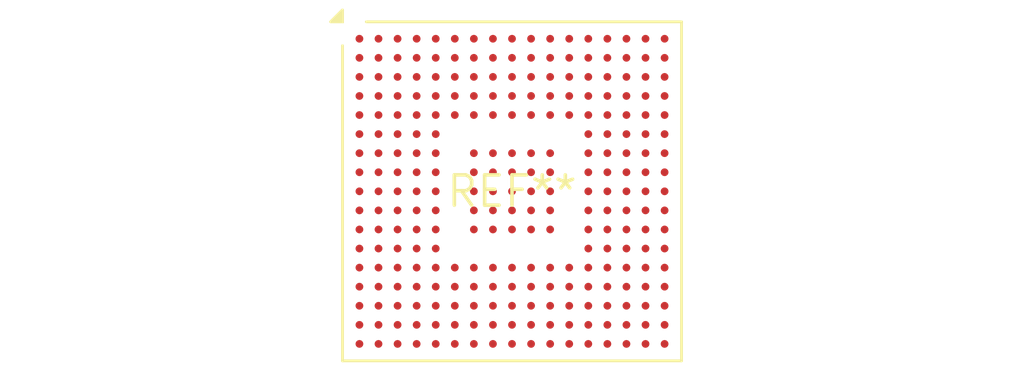
<source format=kicad_pcb>
(kicad_pcb (version 20240108) (generator pcbnew)
  (layers (0 "F.Cu" signal) (31 "B.Cu" signal) (34 "B.Paste" user) (35 "F.Paste" user) (36 "B.SilkS" user "B.Silkscreen") (37 "F.SilkS" user "F.Silkscreen") (38 "B.Mask" user) (39 "F.Mask" user) (44 "Edge.Cuts" user))
  (net 0 "")
  (footprint "TFBGA-265_14x14mm_Layout17x17_P0.8mm" (layer "F.Cu") (at 0 0)
    (property "Reference" "REF**")
    (property "Value" "TFBGA-265_14x14mm_Layout17x17_P0.8mm")
    (fp_line (start -7.11 7.11) (end -7.11 -6.11) (layer "F.SilkS") (stroke (width 0.12)))
    (fp_line (start -6.11 -7.11) (end 7.11 -7.11) (layer "F.SilkS") (stroke (width 0.12)))
    (fp_line (start 7.11 -7.11) (end 7.11 7.11) (layer "F.SilkS") (stroke (width 0.12)))
    (fp_line (start 7.11 7.11) (end -7.11 7.11) (layer "F.SilkS") (stroke (width 0.12)))
    (fp_poly (pts (xy -7.11 -7.11) (xy -7.61 -7.11) (xy -7.11 -7.61) (xy -7.11 -7.11)) (layer "F.SilkS") (stroke (width 0.12)) (fill solid))
    (pad "A1" smd circle (at -6.4 -6.4) (size 0.325 0.325) (property pad_prop_bga) (layers "F.Cu" "F.Paste" "F.Mask"))
    (pad "A2" smd circle (at -5.6 -6.4) (size 0.325 0.325) (property pad_prop_bga) (layers "F.Cu" "F.Paste" "F.Mask"))
    (pad "A3" smd circle (at -4.8 -6.4) (size 0.325 0.325) (property pad_prop_bga) (layers "F.Cu" "F.Paste" "F.Mask"))
    (pad "A4" smd circle (at -4 -6.4) (size 0.325 0.325) (property pad_prop_bga) (layers "F.Cu" "F.Paste" "F.Mask"))
    (pad "A5" smd circle (at -3.2 -6.4) (size 0.325 0.325) (property pad_prop_bga) (layers "F.Cu" "F.Paste" "F.Mask"))
    (pad "A6" smd circle (at -2.4 -6.4) (size 0.325 0.325) (property pad_prop_bga) (layers "F.Cu" "F.Paste" "F.Mask"))
    (pad "A7" smd circle (at -1.6 -6.4) (size 0.325 0.325) (property pad_prop_bga) (layers "F.Cu" "F.Paste" "F.Mask"))
    (pad "A8" smd circle (at -0.8 -6.4) (size 0.325 0.325) (property pad_prop_bga) (layers "F.Cu" "F.Paste" "F.Mask"))
    (pad "A9" smd circle (at 0 -6.4) (size 0.325 0.325) (property pad_prop_bga) (layers "F.Cu" "F.Paste" "F.Mask"))
    (pad "A10" smd circle (at 0.8 -6.4) (size 0.325 0.325) (property pad_prop_bga) (layers "F.Cu" "F.Paste" "F.Mask"))
    (pad "A11" smd circle (at 1.6 -6.4) (size 0.325 0.325) (property pad_prop_bga) (layers "F.Cu" "F.Paste" "F.Mask"))
    (pad "A12" smd circle (at 2.4 -6.4) (size 0.325 0.325) (property pad_prop_bga) (layers "F.Cu" "F.Paste" "F.Mask"))
    (pad "A13" smd circle (at 3.2 -6.4) (size 0.325 0.325) (property pad_prop_bga) (layers "F.Cu" "F.Paste" "F.Mask"))
    (pad "A14" smd circle (at 4 -6.4) (size 0.325 0.325) (property pad_prop_bga) (layers "F.Cu" "F.Paste" "F.Mask"))
    (pad "A15" smd circle (at 4.8 -6.4) (size 0.325 0.325) (property pad_prop_bga) (layers "F.Cu" "F.Paste" "F.Mask"))
    (pad "A16" smd circle (at 5.6 -6.4) (size 0.325 0.325) (property pad_prop_bga) (layers "F.Cu" "F.Paste" "F.Mask"))
    (pad "A17" smd circle (at 6.4 -6.4) (size 0.325 0.325) (property pad_prop_bga) (layers "F.Cu" "F.Paste" "F.Mask"))
    (pad "B1" smd circle (at -6.4 -5.6) (size 0.325 0.325) (property pad_prop_bga) (layers "F.Cu" "F.Paste" "F.Mask"))
    (pad "B2" smd circle (at -5.6 -5.6) (size 0.325 0.325) (property pad_prop_bga) (layers "F.Cu" "F.Paste" "F.Mask"))
    (pad "B3" smd circle (at -4.8 -5.6) (size 0.325 0.325) (property pad_prop_bga) (layers "F.Cu" "F.Paste" "F.Mask"))
    (pad "B4" smd circle (at -4 -5.6) (size 0.325 0.325) (property pad_prop_bga) (layers "F.Cu" "F.Paste" "F.Mask"))
    (pad "B5" smd circle (at -3.2 -5.6) (size 0.325 0.325) (property pad_prop_bga) (layers "F.Cu" "F.Paste" "F.Mask"))
    (pad "B6" smd circle (at -2.4 -5.6) (size 0.325 0.325) (property pad_prop_bga) (layers "F.Cu" "F.Paste" "F.Mask"))
    (pad "B7" smd circle (at -1.6 -5.6) (size 0.325 0.325) (property pad_prop_bga) (layers "F.Cu" "F.Paste" "F.Mask"))
    (pad "B8" smd circle (at -0.8 -5.6) (size 0.325 0.325) (property pad_prop_bga) (layers "F.Cu" "F.Paste" "F.Mask"))
    (pad "B9" smd circle (at 0 -5.6) (size 0.325 0.325) (property pad_prop_bga) (layers "F.Cu" "F.Paste" "F.Mask"))
    (pad "B10" smd circle (at 0.8 -5.6) (size 0.325 0.325) (property pad_prop_bga) (layers "F.Cu" "F.Paste" "F.Mask"))
    (pad "B11" smd circle (at 1.6 -5.6) (size 0.325 0.325) (property pad_prop_bga) (layers "F.Cu" "F.Paste" "F.Mask"))
    (pad "B12" smd circle (at 2.4 -5.6) (size 0.325 0.325) (property pad_prop_bga) (layers "F.Cu" "F.Paste" "F.Mask"))
    (pad "B13" smd circle (at 3.2 -5.6) (size 0.325 0.325) (property pad_prop_bga) (layers "F.Cu" "F.Paste" "F.Mask"))
    (pad "B14" smd circle (at 4 -5.6) (size 0.325 0.325) (property pad_prop_bga) (layers "F.Cu" "F.Paste" "F.Mask"))
    (pad "B15" smd circle (at 4.8 -5.6) (size 0.325 0.325) (property pad_prop_bga) (layers "F.Cu" "F.Paste" "F.Mask"))
    (pad "B16" smd circle (at 5.6 -5.6) (size 0.325 0.325) (property pad_prop_bga) (layers "F.Cu" "F.Paste" "F.Mask"))
    (pad "B17" smd circle (at 6.4 -5.6) (size 0.325 0.325) (property pad_prop_bga) (layers "F.Cu" "F.Paste" "F.Mask"))
    (pad "C1" smd circle (at -6.4 -4.8) (size 0.325 0.325) (property pad_prop_bga) (layers "F.Cu" "F.Paste" "F.Mask"))
    (pad "C2" smd circle (at -5.6 -4.8) (size 0.325 0.325) (property pad_prop_bga) (layers "F.Cu" "F.Paste" "F.Mask"))
    (pad "C3" smd circle (at -4.8 -4.8) (size 0.325 0.325) (property pad_prop_bga) (layers "F.Cu" "F.Paste" "F.Mask"))
    (pad "C4" smd circle (at -4 -4.8) (size 0.325 0.325) (property pad_prop_bga) (layers "F.Cu" "F.Paste" "F.Mask"))
    (pad "C5" smd circle (at -3.2 -4.8) (size 0.325 0.325) (property pad_prop_bga) (layers "F.Cu" "F.Paste" "F.Mask"))
    (pad "C6" smd circle (at -2.4 -4.8) (size 0.325 0.325) (property pad_prop_bga) (layers "F.Cu" "F.Paste" "F.Mask"))
    (pad "C7" smd circle (at -1.6 -4.8) (size 0.325 0.325) (property pad_prop_bga) (layers "F.Cu" "F.Paste" "F.Mask"))
    (pad "C8" smd circle (at -0.8 -4.8) (size 0.325 0.325) (property pad_prop_bga) (layers "F.Cu" "F.Paste" "F.Mask"))
    (pad "C9" smd circle (at 0 -4.8) (size 0.325 0.325) (property pad_prop_bga) (layers "F.Cu" "F.Paste" "F.Mask"))
    (pad "C10" smd circle (at 0.8 -4.8) (size 0.325 0.325) (property pad_prop_bga) (layers "F.Cu" "F.Paste" "F.Mask"))
    (pad "C11" smd circle (at 1.6 -4.8) (size 0.325 0.325) (property pad_prop_bga) (layers "F.Cu" "F.Paste" "F.Mask"))
    (pad "C12" smd circle (at 2.4 -4.8) (size 0.325 0.325) (property pad_prop_bga) (layers "F.Cu" "F.Paste" "F.Mask"))
    (pad "C13" smd circle (at 3.2 -4.8) (size 0.325 0.325) (property pad_prop_bga) (layers "F.Cu" "F.Paste" "F.Mask"))
    (pad "C14" smd circle (at 4 -4.8) (size 0.325 0.325) (property pad_prop_bga) (layers "F.Cu" "F.Paste" "F.Mask"))
    (pad "C15" smd circle (at 4.8 -4.8) (size 0.325 0.325) (property pad_prop_bga) (layers "F.Cu" "F.Paste" "F.Mask"))
    (pad "C16" smd circle (at 5.6 -4.8) (size 0.325 0.325) (property pad_prop_bga) (layers "F.Cu" "F.Paste" "F.Mask"))
    (pad "C17" smd circle (at 6.4 -4.8) (size 0.325 0.325) (property pad_prop_bga) (layers "F.Cu" "F.Paste" "F.Mask"))
    (pad "D1" smd circle (at -6.4 -4) (size 0.325 0.325) (property pad_prop_bga) (layers "F.Cu" "F.Paste" "F.Mask"))
    (pad "D2" smd circle (at -5.6 -4) (size 0.325 0.325) (property pad_prop_bga) (layers "F.Cu" "F.Paste" "F.Mask"))
    (pad "D3" smd circle (at -4.8 -4) (size 0.325 0.325) (property pad_prop_bga) (layers "F.Cu" "F.Paste" "F.Mask"))
    (pad "D4" smd circle (at -4 -4) (size 0.325 0.325) (property pad_prop_bga) (layers "F.Cu" "F.Paste" "F.Mask"))
    (pad "D5" smd circle (at -3.2 -4) (size 0.325 0.325) (property pad_prop_bga) (layers "F.Cu" "F.Paste" "F.Mask"))
    (pad "D6" smd circle (at -2.4 -4) (size 0.325 0.325) (property pad_prop_bga) (layers "F.Cu" "F.Paste" "F.Mask"))
    (pad "D7" smd circle (at -1.6 -4) (size 0.325 0.325) (property pad_prop_bga) (layers "F.Cu" "F.Paste" "F.Mask"))
    (pad "D8" smd circle (at -0.8 -4) (size 0.325 0.325) (property pad_prop_bga) (layers "F.Cu" "F.Paste" "F.Mask"))
    (pad "D9" smd circle (at 0 -4) (size 0.325 0.325) (property pad_prop_bga) (layers "F.Cu" "F.Paste" "F.Mask"))
    (pad "D10" smd circle (at 0.8 -4) (size 0.325 0.325) (property pad_prop_bga) (layers "F.Cu" "F.Paste" "F.Mask"))
    (pad "D11" smd circle (at 1.6 -4) (size 0.325 0.325) (property pad_prop_bga) (layers "F.Cu" "F.Paste" "F.Mask"))
    (pad "D12" smd circle (at 2.4 -4) (size 0.325 0.325) (property pad_prop_bga) (layers "F.Cu" "F.Paste" "F.Mask"))
    (pad "D13" smd circle (at 3.2 -4) (size 0.325 0.325) (property pad_prop_bga) (layers "F.Cu" "F.Paste" "F.Mask"))
    (pad "D14" smd circle (at 4 -4) (size 0.325 0.325) (property pad_prop_bga) (layers "F.Cu" "F.Paste" "F.Mask"))
    (pad "D15" smd circle (at 4.8 -4) (size 0.325 0.325) (property pad_prop_bga) (layers "F.Cu" "F.Paste" "F.Mask"))
    (pad "D16" smd circle (at 5.6 -4) (size 0.325 0.325) (property pad_prop_bga) (layers "F.Cu" "F.Paste" "F.Mask"))
    (pad "D17" smd circle (at 6.4 -4) (size 0.325 0.325) (property pad_prop_bga) (layers "F.Cu" "F.Paste" "F.Mask"))
    (pad "E1" smd circle (at -6.4 -3.2) (size 0.325 0.325) (property pad_prop_bga) (layers "F.Cu" "F.Paste" "F.Mask"))
    (pad "E2" smd circle (at -5.6 -3.2) (size 0.325 0.325) (property pad_prop_bga) (layers "F.Cu" "F.Paste" "F.Mask"))
    (pad "E3" smd circle (at -4.8 -3.2) (size 0.325 0.325) (property pad_prop_bga) (layers "F.Cu" "F.Paste" "F.Mask"))
    (pad "E4" smd circle (at -4 -3.2) (size 0.325 0.325) (property pad_prop_bga) (layers "F.Cu" "F.Paste" "F.Mask"))
    (pad "E5" smd circle (at -3.2 -3.2) (size 0.325 0.325) (property pad_prop_bga) (layers "F.Cu" "F.Paste" "F.Mask"))
    (pad "E6" smd circle (at -2.4 -3.2) (size 0.325 0.325) (property pad_prop_bga) (layers "F.Cu" "F.Paste" "F.Mask"))
    (pad "E7" smd circle (at -1.6 -3.2) (size 0.325 0.325) (property pad_prop_bga) (layers "F.Cu" "F.Paste" "F.Mask"))
    (pad "E8" smd circle (at -0.8 -3.2) (size 0.325 0.325) (property pad_prop_bga) (layers "F.Cu" "F.Paste" "F.Mask"))
    (pad "E9" smd circle (at 0 -3.2) (size 0.325 0.325) (property pad_prop_bga) (layers "F.Cu" "F.Paste" "F.Mask"))
    (pad "E10" smd circle (at 0.8 -3.2) (size 0.325 0.325) (property pad_prop_bga) (layers "F.Cu" "F.Paste" "F.Mask"))
    (pad "E11" smd circle (at 1.6 -3.2) (size 0.325 0.325) (property pad_prop_bga) (layers "F.Cu" "F.Paste" "F.Mask"))
    (pad "E12" smd circle (at 2.4 -3.2) (size 0.325 0.325) (property pad_prop_bga) (layers "F.Cu" "F.Paste" "F.Mask"))
    (pad "E13" smd circle (at 3.2 -3.2) (size 0.325 0.325) (property pad_prop_bga) (layers "F.Cu" "F.Paste" "F.Mask"))
    (pad "E14" smd circle (at 4 -3.2) (size 0.325 0.325) (property pad_prop_bga) (layers "F.Cu" "F.Paste" "F.Mask"))
    (pad "E15" smd circle (at 4.8 -3.2) (size 0.325 0.325) (property pad_prop_bga) (layers "F.Cu" "F.Paste" "F.Mask"))
    (pad "E16" smd circle (at 5.6 -3.2) (size 0.325 0.325) (property pad_prop_bga) (layers "F.Cu" "F.Paste" "F.Mask"))
    (pad "E17" smd circle (at 6.4 -3.2) (size 0.325 0.325) (property pad_prop_bga) (layers "F.Cu" "F.Paste" "F.Mask"))
    (pad "F1" smd circle (at -6.4 -2.4) (size 0.325 0.325) (property pad_prop_bga) (layers "F.Cu" "F.Paste" "F.Mask"))
    (pad "F2" smd circle (at -5.6 -2.4) (size 0.325 0.325) (property pad_prop_bga) (layers "F.Cu" "F.Paste" "F.Mask"))
    (pad "F3" smd circle (at -4.8 -2.4) (size 0.325 0.325) (property pad_prop_bga) (layers "F.Cu" "F.Paste" "F.Mask"))
    (pad "F4" smd circle (at -4 -2.4) (size 0.325 0.325) (property pad_prop_bga) (layers "F.Cu" "F.Paste" "F.Mask"))
    (pad "F5" smd circle (at -3.2 -2.4) (size 0.325 0.325) (property pad_prop_bga) (layers "F.Cu" "F.Paste" "F.Mask"))
    (pad "F13" smd circle (at 3.2 -2.4) (size 0.325 0.325) (property pad_prop_bga) (layers "F.Cu" "F.Paste" "F.Mask"))
    (pad "F14" smd circle (at 4 -2.4) (size 0.325 0.325) (property pad_prop_bga) (layers "F.Cu" "F.Paste" "F.Mask"))
    (pad "F15" smd circle (at 4.8 -2.4) (size 0.325 0.325) (property pad_prop_bga) (layers "F.Cu" "F.Paste" "F.Mask"))
    (pad "F16" smd circle (at 5.6 -2.4) (size 0.325 0.325) (property pad_prop_bga) (layers "F.Cu" "F.Paste" "F.Mask"))
    (pad "F17" smd circle (at 6.4 -2.4) (size 0.325 0.325) (property pad_prop_bga) (layers "F.Cu" "F.Paste" "F.Mask"))
    (pad "G1" smd circle (at -6.4 -1.6) (size 0.325 0.325) (property pad_prop_bga) (layers "F.Cu" "F.Paste" "F.Mask"))
    (pad "G2" smd circle (at -5.6 -1.6) (size 0.325 0.325) (property pad_prop_bga) (layers "F.Cu" "F.Paste" "F.Mask"))
    (pad "G3" smd circle (at -4.8 -1.6) (size 0.325 0.325) (property pad_prop_bga) (layers "F.Cu" "F.Paste" "F.Mask"))
    (pad "G4" smd circle (at -4 -1.6) (size 0.325 0.325) (property pad_prop_bga) (layers "F.Cu" "F.Paste" "F.Mask"))
    (pad "G5" smd circle (at -3.2 -1.6) (size 0.325 0.325) (property pad_prop_bga) (layers "F.Cu" "F.Paste" "F.Mask"))
    (pad "G7" smd circle (at -1.6 -1.6) (size 0.325 0.325) (property pad_prop_bga) (layers "F.Cu" "F.Paste" "F.Mask"))
    (pad "G8" smd circle (at -0.8 -1.6) (size 0.325 0.325) (property pad_prop_bga) (layers "F.Cu" "F.Paste" "F.Mask"))
    (pad "G9" smd circle (at 0 -1.6) (size 0.325 0.325) (property pad_prop_bga) (layers "F.Cu" "F.Paste" "F.Mask"))
    (pad "G10" smd circle (at 0.8 -1.6) (size 0.325 0.325) (property pad_prop_bga) (layers "F.Cu" "F.Paste" "F.Mask"))
    (pad "G11" smd circle (at 1.6 -1.6) (size 0.325 0.325) (property pad_prop_bga) (layers "F.Cu" "F.Paste" "F.Mask"))
    (pad "G13" smd circle (at 3.2 -1.6) (size 0.325 0.325) (property pad_prop_bga) (layers "F.Cu" "F.Paste" "F.Mask"))
    (pad "G14" smd circle (at 4 -1.6) (size 0.325 0.325) (property pad_prop_bga) (layers "F.Cu" "F.Paste" "F.Mask"))
    (pad "G15" smd circle (at 4.8 -1.6) (size 0.325 0.325) (property pad_prop_bga) (layers "F.Cu" "F.Paste" "F.Mask"))
    (pad "G16" smd circle (at 5.6 -1.6) (size 0.325 0.325) (property pad_prop_bga) (layers "F.Cu" "F.Paste" "F.Mask"))
    (pad "G17" smd circle (at 6.4 -1.6) (size 0.325 0.325) (property pad_prop_bga) (layers "F.Cu" "F.Paste" "F.Mask"))
    (pad "H1" smd circle (at -6.4 -0.8) (size 0.325 0.325) (property pad_prop_bga) (layers "F.Cu" "F.Paste" "F.Mask"))
    (pad "H2" smd circle (at -5.6 -0.8) (size 0.325 0.325) (property pad_prop_bga) (layers "F.Cu" "F.Paste" "F.Mask"))
    (pad "H3" smd circle (at -4.8 -0.8) (size 0.325 0.325) (property pad_prop_bga) (layers "F.Cu" "F.Paste" "F.Mask"))
    (pad "H4" smd circle (at -4 -0.8) (size 0.325 0.325) (property pad_prop_bga) (layers "F.Cu" "F.Paste" "F.Mask"))
    (pad "H5" smd circle (at -3.2 -0.8) (size 0.325 0.325) (property pad_prop_bga) (layers "F.Cu" "F.Paste" "F.Mask"))
    (pad "H7" smd circle (at -1.6 -0.8) (size 0.325 0.325) (property pad_prop_bga) (layers "F.Cu" "F.Paste" "F.Mask"))
    (pad "H8" smd circle (at -0.8 -0.8) (size 0.325 0.325) (property pad_prop_bga) (layers "F.Cu" "F.Paste" "F.Mask"))
    (pad "H9" smd circle (at 0 -0.8) (size 0.325 0.325) (property pad_prop_bga) (layers "F.Cu" "F.Paste" "F.Mask"))
    (pad "H10" smd circle (at 0.8 -0.8) (size 0.325 0.325) (property pad_prop_bga) (layers "F.Cu" "F.Paste" "F.Mask"))
    (pad "H11" smd circle (at 1.6 -0.8) (size 0.325 0.325) (property pad_prop_bga) (layers "F.Cu" "F.Paste" "F.Mask"))
    (pad "H13" smd circle (at 3.2 -0.8) (size 0.325 0.325) (property pad_prop_bga) (layers "F.Cu" "F.Paste" "F.Mask"))
    (pad "H14" smd circle (at 4 -0.8) (size 0.325 0.325) (property pad_prop_bga) (layers "F.Cu" "F.Paste" "F.Mask"))
    (pad "H15" smd circle (at 4.8 -0.8) (size 0.325 0.325) (property pad_prop_bga) (layers "F.Cu" "F.Paste" "F.Mask"))
    (pad "H16" smd circle (at 5.6 -0.8) (size 0.325 0.325) (property pad_prop_bga) (layers "F.Cu" "F.Paste" "F.Mask"))
    (pad "H17" smd circle (at 6.4 -0.8) (size 0.325 0.325) (property pad_prop_bga) (layers "F.Cu" "F.Paste" "F.Mask"))
    (pad "J1" smd circle (at -6.4 0) (size 0.325 0.325) (property pad_prop_bga) (layers "F.Cu" "F.Paste" "F.Mask"))
    (pad "J2" smd circle (at -5.6 0) (size 0.325 0.325) (property pad_prop_bga) (layers "F.Cu" "F.Paste" "F.Mask"))
    (pad "J3" smd circle (at -4.8 0) (size 0.325 0.325) (property pad_prop_bga) (layers "F.Cu" "F.Paste" "F.Mask"))
    (pad "J4" smd circle (at -4 0) (size 0.325 0.325) (property pad_prop_bga) (layers "F.Cu" "F.Paste" "F.Mask"))
    (pad "J5" smd circle (at -3.2 0) (size 0.325 0.325) (property pad_prop_bga) (layers "F.Cu" "F.Paste" "F.Mask"))
    (pad "J7" smd circle (at -1.6 0) (size 0.325 0.325) (property pad_prop_bga) (layers "F.Cu" "F.Paste" "F.Mask"))
    (pad "J8" smd circle (at -0.8 0) (size 0.325 0.325) (property pad_prop_bga) (layers "F.Cu" "F.Paste" "F.Mask"))
    (pad "J9" smd circle (at 0 0) (size 0.325 0.325) (property pad_prop_bga) (layers "F.Cu" "F.Paste" "F.Mask"))
    (pad "J10" smd circle (at 0.8 0) (size 0.325 0.325) (property pad_prop_bga) (layers "F.Cu" "F.Paste" "F.Mask"))
    (pad "J11" smd circle (at 1.6 0) (size 0.325 0.325) (property pad_prop_bga) (layers "F.Cu" "F.Paste" "F.Mask"))
    (pad "J13" smd circle (at 3.2 0) (size 0.325 0.325) (property pad_prop_bga) (layers "F.Cu" "F.Paste" "F.Mask"))
    (pad "J14" smd circle (at 4 0) (size 0.325 0.325) (property pad_prop_bga) (layers "F.Cu" "F.Paste" "F.Mask"))
    (pad "J15" smd circle (at 4.8 0) (size 0.325 0.325) (property pad_prop_bga) (layers "F.Cu" "F.Paste" "F.Mask"))
    (pad "J16" smd circle (at 5.6 0) (size 0.325 0.325) (property pad_prop_bga) (layers "F.Cu" "F.Paste" "F.Mask"))
    (pad "J17" smd circle (at 6.4 0) (size 0.325 0.325) (property pad_prop_bga) (layers "F.Cu" "F.Paste" "F.Mask"))
    (pad "K1" smd circle (at -6.4 0.8) (size 0.325 0.325) (property pad_prop_bga) (layers "F.Cu" "F.Paste" "F.Mask"))
    (pad "K2" smd circle (at -5.6 0.8) (size 0.325 0.325) (property pad_prop_bga) (layers "F.Cu" "F.Paste" "F.Mask"))
    (pad "K3" smd circle (at -4.8 0.8) (size 0.325 0.325) (property pad_prop_bga) (layers "F.Cu" "F.Paste" "F.Mask"))
    (pad "K4" smd circle (at -4 0.8) (size 0.325 0.325) (property pad_prop_bga) (layers "F.Cu" "F.Paste" "F.Mask"))
    (pad "K5" smd circle (at -3.2 0.8) (size 0.325 0.325) (property pad_prop_bga) (layers "F.Cu" "F.Paste" "F.Mask"))
    (pad "K7" smd circle (at -1.6 0.8) (size 0.325 0.325) (property pad_prop_bga) (layers "F.Cu" "F.Paste" "F.Mask"))
    (pad "K8" smd circle (at -0.8 0.8) (size 0.325 0.325) (property pad_prop_bga) (layers "F.Cu" "F.Paste" "F.Mask"))
    (pad "K9" smd circle (at 0 0.8) (size 0.325 0.325) (property pad_prop_bga) (layers "F.Cu" "F.Paste" "F.Mask"))
    (pad "K10" smd circle (at 0.8 0.8) (size 0.325 0.325) (property pad_prop_bga) (layers "F.Cu" "F.Paste" "F.Mask"))
    (pad "K11" smd circle (at 1.6 0.8) (size 0.325 0.325) (property pad_prop_bga) (layers "F.Cu" "F.Paste" "F.Mask"))
    (pad "K13" smd circle (at 3.2 0.8) (size 0.325 0.325) (property pad_prop_bga) (layers "F.Cu" "F.Paste" "F.Mask"))
    (pad "K14" smd circle (at 4 0.8) (size 0.325 0.325) (property pad_prop_bga) (layers "F.Cu" "F.Paste" "F.Mask"))
    (pad "K15" smd circle (at 4.8 0.8) (size 0.325 0.325) (property pad_prop_bga) (layers "F.Cu" "F.Paste" "F.Mask"))
    (pad "K16" smd circle (at 5.6 0.8) (size 0.325 0.325) (property pad_prop_bga) (layers "F.Cu" "F.Paste" "F.Mask"))
    (pad "K17" smd circle (at 6.4 0.8) (size 0.325 0.325) (property pad_prop_bga) (layers "F.Cu" "F.Paste" "F.Mask"))
    (pad "L1" smd circle (at -6.4 1.6) (size 0.325 0.325) (property pad_prop_bga) (layers "F.Cu" "F.Paste" "F.Mask"))
    (pad "L2" smd circle (at -5.6 1.6) (size 0.325 0.325) (property pad_prop_bga) (layers "F.Cu" "F.Paste" "F.Mask"))
    (pad "L3" smd circle (at -4.8 1.6) (size 0.325 0.325) (property pad_prop_bga) (layers "F.Cu" "F.Paste" "F.Mask"))
    (pad "L4" smd circle (at -4 1.6) (size 0.325 0.325) (property pad_prop_bga) (layers "F.Cu" "F.Paste" "F.Mask"))
    (pad "L5" smd circle (at -3.2 1.6) (size 0.325 0.325) (property pad_prop_bga) (layers "F.Cu" "F.Paste" "F.Mask"))
    (pad "L7" smd circle (at -1.6 1.6) (size 0.325 0.325) (property pad_prop_bga) (layers "F.Cu" "F.Paste" "F.Mask"))
    (pad "L8" smd circle (at -0.8 1.6) (size 0.325 0.325) (property pad_prop_bga) (layers "F.Cu" "F.Paste" "F.Mask"))
    (pad "L9" smd circle (at 0 1.6) (size 0.325 0.325) (property pad_prop_bga) (layers "F.Cu" "F.Paste" "F.Mask"))
    (pad "L10" smd circle (at 0.8 1.6) (size 0.325 0.325) (property pad_prop_bga) (layers "F.Cu" "F.Paste" "F.Mask"))
    (pad "L11" smd circle (at 1.6 1.6) (size 0.325 0.325) (property pad_prop_bga) (layers "F.Cu" "F.Paste" "F.Mask"))
    (pad "L13" smd circle (at 3.2 1.6) (size 0.325 0.325) (property pad_prop_bga) (layers "F.Cu" "F.Paste" "F.Mask"))
    (pad "L14" smd circle (at 4 1.6) (size 0.325 0.325) (property pad_prop_bga) (layers "F.Cu" "F.Paste" "F.Mask"))
    (pad "L15" smd circle (at 4.8 1.6) (size 0.325 0.325) (property pad_prop_bga) (layers "F.Cu" "F.Paste" "F.Mask"))
    (pad "L16" smd circle (at 5.6 1.6) (size 0.325 0.325) (property pad_prop_bga) (layers "F.Cu" "F.Paste" "F.Mask"))
    (pad "L17" smd circle (at 6.4 1.6) (size 0.325 0.325) (property pad_prop_bga) (layers "F.Cu" "F.Paste" "F.Mask"))
    (pad "M1" smd circle (at -6.4 2.4) (size 0.325 0.325) (property pad_prop_bga) (layers "F.Cu" "F.Paste" "F.Mask"))
    (pad "M2" smd circle (at -5.6 2.4) (size 0.325 0.325) (property pad_prop_bga) (layers "F.Cu" "F.Paste" "F.Mask"))
    (pad "M3" smd circle (at -4.8 2.4) (size 0.325 0.325) (property pad_prop_bga) (layers "F.Cu" "F.Paste" "F.Mask"))
    (pad "M4" smd circle (at -4 2.4) (size 0.325 0.325) (property pad_prop_bga) (layers "F.Cu" "F.Paste" "F.Mask"))
    (pad "M5" smd circle (at -3.2 2.4) (size 0.325 0.325) (property pad_prop_bga) (layers "F.Cu" "F.Paste" "F.Mask"))
    (pad "M13" smd circle (at 3.2 2.4) (size 0.325 0.325) (property pad_prop_bga) (layers "F.Cu" "F.Paste" "F.Mask"))
    (pad "M14" smd circle (at 4 2.4) (size 0.325 0.325) (property pad_prop_bga) (layers "F.Cu" "F.Paste" "F.Mask"))
    (pad "M15" smd circle (at 4.8 2.4) (size 0.325 0.325) (property pad_prop_bga) (layers "F.Cu" "F.Paste" "F.Mask"))
    (pad "M16" smd circle (at 5.6 2.4) (size 0.325 0.325) (property pad_prop_bga) (layers "F.Cu" "F.Paste" "F.Mask"))
    (pad "M17" smd circle (at 6.4 2.4) (size 0.325 0.325) (property pad_prop_bga) (layers "F.Cu" "F.Paste" "F.Mask"))
    (pad "N1" smd circle (at -6.4 3.2) (size 0.325 0.325) (property pad_prop_bga) (layers "F.Cu" "F.Paste" "F.Mask"))
    (pad "N2" smd circle (at -5.6 3.2) (size 0.325 0.325) (property pad_prop_bga) (layers "F.Cu" "F.Paste" "F.Mask"))
    (pad "N3" smd circle (at -4.8 3.2) (size 0.325 0.325) (property pad_prop_bga) (layers "F.Cu" "F.Paste" "F.Mask"))
    (pad "N4" smd circle (at -4 3.2) (size 0.325 0.325) (property pad_prop_bga) (layers "F.Cu" "F.Paste" "F.Mask"))
    (pad "N5" smd circle (at -3.2 3.2) (size 0.325 0.325) (property pad_prop_bga) (layers "F.Cu" "F.Paste" "F.Mask"))
    (pad "N6" smd circle (at -2.4 3.2) (size 0.325 0.325) (property pad_prop_bga) (layers "F.Cu" "F.Paste" "F.Mask"))
    (pad "N7" smd circle (at -1.6 3.2) (size 0.325 0.325) (property pad_prop_bga) (layers "F.Cu" "F.Paste" "F.Mask"))
    (pad "N8" smd circle (at -0.8 3.2) (size 0.325 0.325) (property pad_prop_bga) (layers "F.Cu" "F.Paste" "F.Mask"))
    (pad "N9" smd circle (at 0 3.2) (size 0.325 0.325) (property pad_prop_bga) (layers "F.Cu" "F.Paste" "F.Mask"))
    (pad "N10" smd circle (at 0.8 3.2) (size 0.325 0.325) (property pad_prop_bga) (layers "F.Cu" "F.Paste" "F.Mask"))
    (pad "N11" smd circle (at 1.6 3.2) (size 0.325 0.325) (property pad_prop_bga) (layers "F.Cu" "F.Paste" "F.Mask"))
    (pad "N12" smd circle (at 2.4 3.2) (size 0.325 0.325) (property pad_prop_bga) (layers "F.Cu" "F.Paste" "F.Mask"))
    (pad "N13" smd circle (at 3.2 3.2) (size 0.325 0.325) (property pad_prop_bga) (layers "F.Cu" "F.Paste" "F.Mask"))
    (pad "N14" smd circle (at 4 3.2) (size 0.325 0.325) (property pad_prop_bga) (layers "F.Cu" "F.Paste" "F.Mask"))
    (pad "N15" smd circle (at 4.8 3.2) (size 0.325 0.325) (property pad_prop_bga) (layers "F.Cu" "F.Paste" "F.Mask"))
    (pad "N16" smd circle (at 5.6 3.2) (size 0.325 0.325) (property pad_prop_bga) (layers "F.Cu" "F.Paste" "F.Mask"))
    (pad "N17" smd circle (at 6.4 3.2) (size 0.325 0.325) (property pad_prop_bga) (layers "F.Cu" "F.Paste" "F.Mask"))
    (pad "P1" smd circle (at -6.4 4) (size 0.325 0.325) (property pad_prop_bga) (layers "F.Cu" "F.Paste" "F.Mask"))
    (pad "P2" smd circle (at -5.6 4) (size 0.325 0.325) (property pad_prop_bga) (layers "F.Cu" "F.Paste" "F.Mask"))
    (pad "P3" smd circle (at -4.8 4) (size 0.325 0.325) (property pad_prop_bga) (layers "F.Cu" "F.Paste" "F.Mask"))
    (pad "P4" smd circle (at -4 4) (size 0.325 0.325) (property pad_prop_bga) (layers "F.Cu" "F.Paste" "F.Mask"))
    (pad "P5" smd circle (at -3.2 4) (size 0.325 0.325) (property pad_prop_bga) (layers "F.Cu" "F.Paste" "F.Mask"))
    (pad "P6" smd circle (at -2.4 4) (size 0.325 0.325) (property pad_prop_bga) (layers "F.Cu" "F.Paste" "F.Mask"))
    (pad "P7" smd circle (at -1.6 4) (size 0.325 0.325) (property pad_prop_bga) (layers "F.Cu" "F.Paste" "F.Mask"))
    (pad "P8" smd circle (at -0.8 4) (size 0.325 0.325) (property pad_prop_bga) (layers "F.Cu" "F.Paste" "F.Mask"))
    (pad "P9" smd circle (at 0 4) (size 0.325 0.325) (property pad_prop_bga) (layers "F.Cu" "F.Paste" "F.Mask"))
    (pad "P10" smd circle (at 0.8 4) (size 0.325 0.325) (property pad_prop_bga) (layers "F.Cu" "F.Paste" "F.Mask"))
    (pad "P11" smd circle (at 1.6 4) (size 0.325 0.325) (property pad_prop_bga) (layers "F.Cu" "F.Paste" "F.Mask"))
    (pad "P12" smd circle (at 2.4 4) (size 0.325 0.325) (property pad_prop_bga) (layers "F.Cu" "F.Paste" "F.Mask"))
    (pad "P13" smd circle (at 3.2 4) (size 0.325 0.325) (property pad_prop_bga) (layers "F.Cu" "F.Paste" "F.Mask"))
    (pad "P14" smd circle (at 4 4) (size 0.325 0.325) (property pad_prop_bga) (layers "F.Cu" "F.Paste" "F.Mask"))
    (pad "P15" smd circle (at 4.8 4) (size 0.325 0.325) (property pad_prop_bga) (layers "F.Cu" "F.Paste" "F.Mask"))
    (pad "P16" smd circle (at 5.6 4) (size 0.325 0.325) (property pad_prop_bga) (layers "F.Cu" "F.Paste" "F.Mask"))
    (pad "P17" smd circle (at 6.4 4) (size 0.325 0.325) (property pad_prop_bga) (layers "F.Cu" "F.Paste" "F.Mask"))
    (pad "R1" smd circle (at -6.4 4.8) (size 0.325 0.325) (property pad_prop_bga) (layers "F.Cu" "F.Paste" "F.Mask"))
    (pad "R2" smd circle (at -5.6 4.8) (size 0.325 0.325) (property pad_prop_bga) (layers "F.Cu" "F.Paste" "F.Mask"))
    (pad "R3" smd circle (at -4.8 4.8) (size 0.325 0.325) (property pad_prop_bga) (layers "F.Cu" "F.Paste" "F.Mask"))
    (pad "R4" smd circle (at -4 4.8) (size 0.325 0.325) (property pad_prop_bga) (layers "F.Cu" "F.Paste" "F.Mask"))
    (pad "R5" smd circle (at -3.2 4.8) (size 0.325 0.325) (property pad_prop_bga) (layers "F.Cu" "F.Paste" "F.Mask"))
    (pad "R6" smd circle (at -2.4 4.8) (size 0.325 0.325) (property pad_prop_bga) (layers "F.Cu" "F.Paste" "F.Mask"))
    (pad "R7" smd circle (at -1.6 4.8) (size 0.325 0.325) (property pad_prop_bga) (layers "F.Cu" "F.Paste" "F.Mask"))
    (pad "R8" smd circle (at -0.8 4.8) (size 0.325 0.325) (property pad_prop_bga) (layers "F.Cu" "F.Paste" "F.Mask"))
    (pad "R9" smd circle (at 0 4.8) (size 0.325 0.325) (property pad_prop_bga) (layers "F.Cu" "F.Paste" "F.Mask"))
    (pad "R10" smd circle (at 0.8 4.8) (size 0.325 0.325) (property pad_prop_bga) (layers "F.Cu" "F.Paste" "F.Mask"))
    (pad "R11" smd circle (at 1.6 4.8) (size 0.325 0.325) (property pad_prop_bga) (layers "F.Cu" "F.Paste" "F.Mask"))
    (pad "R12" smd circle (at 2.4 4.8) (size 0.325 0.325) (property pad_prop_bga) (layers "F.Cu" "F.Paste" "F.Mask"))
    (pad "R13" smd circle (at 3.2 4.8) (size 0.325 0.325) (property pad_prop_bga) (layers "F.Cu" "F.Paste" "F.Mask"))
    (pad "R14" smd circle (at 4 4.8) (size 0.325 0.325) (property pad_prop_bga) (layers "F.Cu" "F.Paste" "F.Mask"))
    (pad "R15" smd circle (at 4.8 4.8) (size 0.325 0.325) (property pad_prop_bga) (layers "F.Cu" "F.Paste" "F.Mask"))
    (pad "R16" smd circle (at 5.6 4.8) (size 0.325 0.325) (property pad_prop_bga) (layers "F.Cu" "F.Paste" "F.Mask"))
    (pad "R17" smd circle (at 6.4 4.8) (size 0.325 0.325) (property pad_prop_bga) (layers "F.Cu" "F.Paste" "F.Mask"))
    (pad "T1" smd circle (at -6.4 5.6) (size 0.325 0.325) (property pad_prop_bga) (layers "F.Cu" "F.Paste" "F.Mask"))
    (pad "T2" smd circle (at -5.6 5.6) (size 0.325 0.325) (property pad_prop_bga) (layers "F.Cu" "F.Paste" "F.Mask"))
    (pad "T3" smd circle (at -4.8 5.6) (size 0.325 0.325) (property pad_prop_bga) (layers "F.Cu" "F.Paste" "F.Mask"))
    (pad "T4" smd circle (at -4 5.6) (size 0.325 0.325) (property pad_prop_bga) (layers "F.Cu" "F.Paste" "F.Mask"))
    (pad "T5" smd circle (at -3.2 5.6) (size 0.325 0.325) (property pad_prop_bga) (layers "F.Cu" "F.Paste" "F.Mask"))
    (pad "T6" smd circle (at -2.4 5.6) (size 0.325 0.325) (property pad_prop_bga) (layers "F.Cu" "F.Paste" "F.Mask"))
    (pad "T7" smd circle (at -1.6 5.6) (size 0.325 0.325) (property pad_prop_bga) (layers "F.Cu" "F.Paste" "F.Mask"))
    (pad "T8" smd circle (at -0.8 5.6) (size 0.325 0.325) (property pad_prop_bga) (layers "F.Cu" "F.Paste" "F.Mask"))
    (pad "T9" smd circle (at 0 5.6) (size 0.325 0.325) (property pad_prop_bga) (layers "F.Cu" "F.Paste" "F.Mask"))
    (pad "T10" smd circle (at 0.8 5.6) (size 0.325 0.325) (property pad_prop_bga) (layers "F.Cu" "F.Paste" "F.Mask"))
    (pad "T11" smd circle (at 1.6 5.6) (size 0.325 0.325) (property pad_prop_bga) (layers "F.Cu" "F.Paste" "F.Mask"))
    (pad "T12" smd circle (at 2.4 5.6) (size 0.325 0.325) (property pad_prop_bga) (layers "F.Cu" "F.Paste" "F.Mask"))
    (pad "T13" smd circle (at 3.2 5.6) (size 0.325 0.325) (property pad_prop_bga) (layers "F.Cu" "F.Paste" "F.Mask"))
    (pad "T14" smd circle (at 4 5.6) (size 0.325 0.325) (property pad_prop_bga) (layers "F.Cu" "F.Paste" "F.Mask"))
    (pad "T15" smd circle (at 4.8 5.6) (size 0.325 0.325) (property pad_prop_bga) (layers "F.Cu" "F.Paste" "F.Mask"))
    (pad "T16" smd circle (at 5.6 5.6) (size 0.325 0.325) (property pad_prop_bga) (layers "F.Cu" "F.Paste" "F.Mask"))
    (pad "T17" smd circle (at 6.4 5.6) (size 0.325 0.325) (property pad_prop_bga) (layers "F.Cu" "F.Paste" "F.Mask"))
    (pad "U1" smd circle (at -6.4 6.4) (size 0.325 0.325) (property pad_prop_bga) (layers "F.Cu" "F.Paste" "F.Mask"))
    (pad "U2" smd circle (at -5.6 6.4) (size 0.325 0.325) (property pad_prop_bga) (layers "F.Cu" "F.Paste" "F.Mask"))
    (pad "U3" smd circle (at -4.8 6.4) (size 0.325 0.325) (property pad_prop_bga) (layers "F.Cu" "F.Paste" "F.Mask"))
    (pad "U4" smd circle (at -4 6.4) (size 0.325 0.325) (property pad_prop_bga) (layers "F.Cu" "F.Paste" "F.Mask"))
    (pad "U5" smd circle (at -3.2 6.4) (size 0.325 0.325) (property pad_prop_bga) (layers "F.Cu" "F.Paste" "F.Mask"))
    (pad "U6" smd circle (at -2.4 6.4) (size 0.325 0.325) (property pad_prop_bga) (layers "F.Cu" "F.Paste" "F.Mask"))
    (pad "U7" smd circle (at -1.6 6.4) (size 0.325 0.325) (property pad_prop_bga) (layers "F.Cu" "F.Paste" "F.Mask"))
    (pad "U8" smd circle (at -0.8 6.4) (size 0.325 0.325) (property pad_prop_bga) (layers "F.Cu" "F.Paste" "F.Mask"))
    (pad "U9" smd circle (at 0 6.4) (size 0.325 0.325) (property pad_prop_bga) (layers "F.Cu" "F.Paste" "F.Mask"))
    (pad "U10" smd circle (at 0.8 6.4) (size 0.325 0.325) (property pad_prop_bga) (layers "F.Cu" "F.Paste" "F.Mask"))
    (pad "U11" smd circle (at 1.6 6.4) (size 0.325 0.325) (property pad_prop_bga) (layers "F.Cu" "F.Paste" "F.Mask"))
    (pad "U12" smd circle (at 2.4 6.4) (size 0.325 0.325) (property pad_prop_bga) (layers "F.Cu" "F.Paste" "F.Mask"))
    (pad "U13" smd circle (at 3.2 6.4) (size 0.325 0.325) (property pad_prop_bga) (layers "F.Cu" "F.Paste" "F.Mask"))
    (pad "U14" smd circle (at 4 6.4) (size 0.325 0.325) (property pad_prop_bga) (layers "F.Cu" "F.Paste" "F.Mask"))
    (pad "U15" smd circle (at 4.8 6.4) (size 0.325 0.325) (property pad_prop_bga) (layers "F.Cu" "F.Paste" "F.Mask"))
    (pad "U16" smd circle (at 5.6 6.4) (size 0.325 0.325) (property pad_prop_bga) (layers "F.Cu" "F.Paste" "F.Mask"))
    (pad "U17" smd circle (at 6.4 6.4) (size 0.325 0.325) (property pad_prop_bga) (layers "F.Cu" "F.Paste" "F.Mask"))
  )
)
</source>
